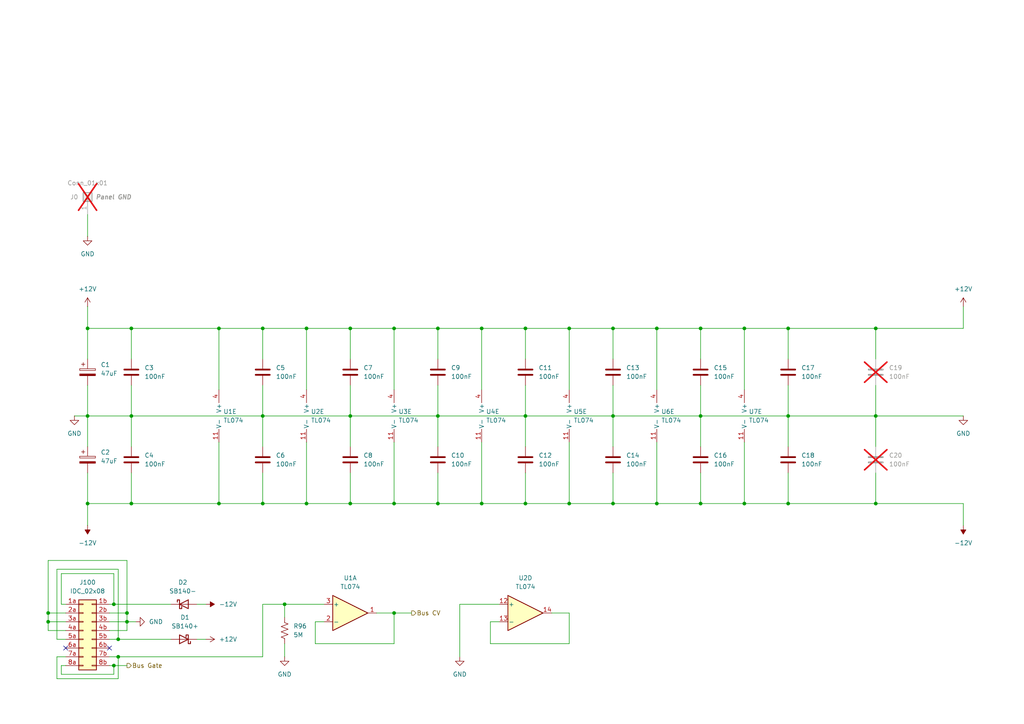
<source format=kicad_sch>
(kicad_sch (version 20231120) (generator "eeschema") (generator_version "8.0")
  (paper "A4")
  (title_block (title "Power Distribution") (company "DMH Instruments") (comment 1 "PCB for 10cm Kosmo format synthesizer module"))
  (lib_symbols
    (symbol "Amplifier_Operational:TL074" (pin_names (offset 0.127))
      (property "Reference" "U" (at 0 5.08 0))
      (property "Value" "TL074" (at 0 -5.08 0))
      (symbol "TL074_1_1"
        (polyline (pts (xy -5.08 5.08) (xy 5.08 0) (xy -5.08 -5.08) (xy -5.08 5.08)) (stroke (width 0.254)) (fill (type background)))
        (pin output line (at 7.62 0 180) (length 2.54) (name "~") (number "1"))
        (pin input line (at -7.62 -2.54 0) (length 2.54) (name "-") (number "2"))
        (pin input line (at -7.62 2.54 0) (length 2.54) (name "+") (number "3"))
      )
      (symbol "TL074_2_1"
        (polyline (pts (xy -5.08 5.08) (xy 5.08 0) (xy -5.08 -5.08) (xy -5.08 5.08)) (stroke (width 0.254)) (fill (type background)))
        (pin input line (at -7.62 2.54 0) (length 2.54) (name "+") (number "5"))
        (pin input line (at -7.62 -2.54 0) (length 2.54) (name "-") (number "6"))
        (pin output line (at 7.62 0 180) (length 2.54) (name "~") (number "7"))
      )
      (symbol "TL074_3_1"
        (polyline (pts (xy -5.08 5.08) (xy 5.08 0) (xy -5.08 -5.08) (xy -5.08 5.08)) (stroke (width 0.254)) (fill (type background)))
        (pin input line (at -7.62 2.54 0) (length 2.54) (name "+") (number "10"))
        (pin output line (at 7.62 0 180) (length 2.54) (name "~") (number "8"))
        (pin input line (at -7.62 -2.54 0) (length 2.54) (name "-") (number "9"))
      )
      (symbol "TL074_4_1"
        (polyline (pts (xy -5.08 5.08) (xy 5.08 0) (xy -5.08 -5.08) (xy -5.08 5.08)) (stroke (width 0.254)) (fill (type background)))
        (pin input line (at -7.62 2.54 0) (length 2.54) (name "+") (number "12"))
        (pin input line (at -7.62 -2.54 0) (length 2.54) (name "-") (number "13"))
        (pin output line (at 7.62 0 180) (length 2.54) (name "~") (number "14"))
      )
      (symbol "TL074_5_1"
        (pin power_in line (at -2.54 -7.62 90) (length 3.81) (name "V-") (number "11"))
        (pin power_in line (at -2.54 7.62 270) (length 3.81) (name "V+") (number "4"))
      )
    )
    (symbol "Connector_Generic:Conn_01x01" (pin_names (offset 1.016) hide)
      (property "Reference" "J" (at 0 2.54 0))
      (property "Value" "Conn_01x01" (at 0 -2.54 0))
      (symbol "Conn_01x01_1_1"
        (rectangle (start -1.27 0.127) (end 0 -0.127) (stroke (width 0.1524)))
        (rectangle (start -1.27 1.27) (end 1.27 -1.27) (stroke (width 0.254)) (fill (type background)))
        (pin passive line (at -5.08 0 0) (length 3.81) (name "Pin_1") (number "1"))
      )
    )
    (symbol "Device:C" (pin_numbers hide) (pin_names (offset 0.254))
      (property "Reference" "C" (at 0.635 2.54 0))
      (property "Value" "C" (at 0.635 -2.54 0))
      (symbol "C_0_1"
        (polyline (pts (xy -2.032 -0.762) (xy 2.032 -0.762)) (stroke (width 0.508)))
        (polyline (pts (xy -2.032 0.762) (xy 2.032 0.762)) (stroke (width 0.508)))
      )
      (symbol "C_1_1"
        (pin passive line (at 0 3.81 270) (length 2.794) (name "~") (number "1"))
        (pin passive line (at 0 -3.81 90) (length 2.794) (name "~") (number "2"))
      )
    )
    (symbol "Device:C_Polarized" (pin_numbers hide) (pin_names (offset 0.254))
      (property "Reference" "C" (at 0.635 2.54 0))
      (property "Value" "C_Polarized" (at 0.635 -2.54 0))
      (symbol "C_Polarized_0_1"
        (rectangle (start -2.286 0.508) (end 2.286 1.016))
        (polyline (pts (xy -1.778 2.286) (xy -0.762 2.286)))
        (polyline (pts (xy -1.27 2.794) (xy -1.27 1.778)))
        (rectangle (start 2.286 -0.508) (end -2.286 -1.016) (fill (type outline)))
      )
      (symbol "C_Polarized_1_1"
        (pin passive line (at 0 3.81 270) (length 2.794) (name "~") (number "1"))
        (pin passive line (at 0 -3.81 90) (length 2.794) (name "~") (number "2"))
      )
    )
    (symbol "Device:R_US" (pin_numbers hide) (pin_names (offset 0))
      (property "Reference" "R" (at 2.54 0 90))
      (property "Value" "R_US" (at -2.54 0 90))
      (symbol "R_US_0_1"
        (polyline (pts (xy 0 -2.286) (xy 0 -2.54)))
        (polyline (pts (xy 0 2.286) (xy 0 2.54)))
        (polyline (pts (xy 0 -0.762) (xy 1.016 -1.143) (xy 0 -1.524) (xy -1.016 -1.905) (xy 0 -2.286)))
        (polyline (pts (xy 0 0.762) (xy 1.016 0.381) (xy 0 0) (xy -1.016 -0.381) (xy 0 -0.762)))
        (polyline (pts (xy 0 2.286) (xy 1.016 1.905) (xy 0 1.524) (xy -1.016 1.143) (xy 0 0.762)))
      )
      (symbol "R_US_1_1"
        (pin passive line (at 0 3.81 270) (length 1.27) (name "~") (number "1"))
        (pin passive line (at 0 -3.81 90) (length 1.27) (name "~") (number "2"))
      )
    )
    (symbol "SynthStuff:Eurorack_Power_Connector_16Pin" (pin_names (offset 1.016) hide)
      (property "Reference" "J" (at 1.27 -16.51 0))
      (property "Value" "IDC_02x08" (at 1.27 -13.97 0))
      (symbol "Eurorack_Power_Connector_16Pin_1_1"
        (rectangle (start -1.27 -10.033) (end 0 -10.287) (stroke (width 0.1524)))
        (rectangle (start -1.27 -7.493) (end 0 -7.747) (stroke (width 0.1524)))
        (rectangle (start -1.27 -4.953) (end 0 -5.207) (stroke (width 0.1524)))
        (rectangle (start -1.27 -2.413) (end 0 -2.667) (stroke (width 0.1524)))
        (rectangle (start -1.27 0.127) (end 0 -0.127) (stroke (width 0.1524)))
        (rectangle (start -1.27 2.667) (end 0 2.413) (stroke (width 0.1524)))
        (rectangle (start -1.27 5.207) (end 0 4.953) (stroke (width 0.1524)))
        (rectangle (start -1.27 7.747) (end 0 7.493) (stroke (width 0.1524)))
        (rectangle (start -1.27 8.89) (end 3.81 -11.43) (stroke (width 0.254)) (fill (type background)))
        (rectangle (start 3.81 -10.033) (end 2.54 -10.287) (stroke (width 0.1524)))
        (rectangle (start 3.81 -7.493) (end 2.54 -7.747) (stroke (width 0.1524)))
        (rectangle (start 3.81 -4.953) (end 2.54 -5.207) (stroke (width 0.1524)))
        (rectangle (start 3.81 -2.413) (end 2.54 -2.667) (stroke (width 0.1524)))
        (rectangle (start 3.81 0.127) (end 2.54 -0.127) (stroke (width 0.1524)))
        (rectangle (start 3.81 2.667) (end 2.54 2.413) (stroke (width 0.1524)))
        (rectangle (start 3.81 5.207) (end 2.54 4.953) (stroke (width 0.1524)))
        (rectangle (start 3.81 7.747) (end 2.54 7.493) (stroke (width 0.1524)))
        (pin power_out line (at -5.08 7.62 0) (length 3.81) (name "Pin_1a") (number "1a"))
        (pin passive line (at 7.62 7.62 180) (length 3.81) (name "Pin_1b") (number "1b"))
        (pin power_out line (at -5.08 5.08 0) (length 3.81) (name "Pin_2a") (number "2a"))
        (pin passive line (at 7.62 5.08 180) (length 3.81) (name "Pin_2b") (number "2b"))
        (pin passive line (at -5.08 2.54 0) (length 3.81) (name "Pin_3a") (number "3a"))
        (pin passive line (at 7.62 2.54 180) (length 3.81) (name "Pin_3b") (number "3b"))
        (pin passive line (at -5.08 0 0) (length 3.81) (name "Pin_4a") (number "4a"))
        (pin passive line (at 7.62 0 180) (length 3.81) (name "Pin_4b") (number "4b"))
        (pin power_out line (at -5.08 -2.54 0) (length 3.81) (name "Pin_5a") (number "5a"))
        (pin passive line (at 7.62 -2.54 180) (length 3.81) (name "Pin_5b") (number "5b"))
        (pin power_out line (at -5.08 -5.08 0) (length 3.81) (name "Pin_6a") (number "6a"))
        (pin passive line (at 7.62 -5.08 180) (length 3.81) (name "Pin_6b") (number "6b"))
        (pin passive line (at -5.08 -7.62 0) (length 3.81) (name "Pin_7a") (number "7a"))
        (pin passive line (at 7.62 -7.62 180) (length 3.81) (name "Pin_7b") (number "7b"))
        (pin passive line (at -5.08 -10.16 0) (length 3.81) (name "Pin_8a") (number "8a"))
        (pin passive line (at 7.62 -10.16 180) (length 3.81) (name "Pin_8b") (number "8b"))
      )
    )
    (symbol "SynthStuff:Power_Bus_Schotty_+" (pin_numbers hide) (pin_names (offset 1.016) hide)
      (property "Reference" "D" (at 0 2.54 0))
      (property "Value" "SB140+" (at 0 -2.54 0))
      (symbol "Power_Bus_Schotty_+_0_1"
        (polyline (pts (xy 1.27 0) (xy -1.27 0)))
        (polyline (pts (xy 1.27 1.27) (xy 1.27 -1.27) (xy -1.27 0) (xy 1.27 1.27)) (stroke (width 0.254)))
        (polyline (pts (xy -1.905 0.635) (xy -1.905 1.27) (xy -1.27 1.27) (xy -1.27 -1.27) (xy -0.635 -1.27) (xy -0.635 -0.635)) (stroke (width 0.254)))
      )
      (symbol "Power_Bus_Schotty_+_1_1"
        (pin power_out line (at -3.81 0 0) (length 2.54) (name "K") (number "1"))
        (pin power_in line (at 3.81 0 180) (length 2.54) (name "A") (number "2"))
      )
    )
    (symbol "SynthStuff:Power_Bus_Schotty_-" (pin_numbers hide) (pin_names (offset 1.016) hide)
      (property "Reference" "D" (at 0 2.54 0))
      (property "Value" "SB140-" (at 0 -2.54 0))
      (symbol "Power_Bus_Schotty_-_0_1"
        (polyline (pts (xy 1.27 0) (xy -1.27 0)))
        (polyline (pts (xy 1.27 1.27) (xy 1.27 -1.27) (xy -1.27 0) (xy 1.27 1.27)) (stroke (width 0.254)))
        (polyline (pts (xy -1.905 0.635) (xy -1.905 1.27) (xy -1.27 1.27) (xy -1.27 -1.27) (xy -0.635 -1.27) (xy -0.635 -0.635)) (stroke (width 0.254)))
      )
      (symbol "Power_Bus_Schotty_-_1_1"
        (pin power_in line (at -3.81 0 0) (length 2.54) (name "K") (number "1"))
        (pin power_out line (at 3.81 0 180) (length 2.54) (name "A") (number "2"))
      )
    )
    (symbol "power:+12V" (power) (pin_numbers hide) (pin_names (offset 0) hide)
      (property "Value" "+12V" (at 0 3.556 0))
      (symbol "+12V_0_1"
        (polyline (pts (xy -0.762 1.27) (xy 0 2.54)))
        (polyline (pts (xy 0 0) (xy 0 2.54)))
        (polyline (pts (xy 0 2.54) (xy 0.762 1.27)))
      )
      (symbol "+12V_1_1"
        (pin power_in line (at 0 0 90) (length 0) (name "~") (number "1"))
      )
    )
    (symbol "power:-12V" (power) (pin_numbers hide) (pin_names (offset 0) hide)
      (property "Value" "-12V" (at 0 3.556 0))
      (symbol "-12V_0_0"
        (pin power_in line (at 0 0 90) (length 0) (name "~") (number "1"))
      )
      (symbol "-12V_0_1"
        (polyline (pts (xy 0 0) (xy 0 1.27) (xy 0.762 1.27) (xy 0 2.54) (xy -0.762 1.27) (xy 0 1.27)) (fill (type outline)))
      )
    )
    (symbol "power:GND" (power) (pin_numbers hide) (pin_names (offset 0) hide)
      (property "Value" "GND" (at 0 -3.81 0))
      (symbol "GND_0_1"
        (polyline (pts (xy 0 0) (xy 0 -1.27) (xy 1.27 -1.27) (xy 0 -2.54) (xy -1.27 -1.27) (xy 0 -1.27)))
      )
      (symbol "GND_1_1"
        (pin power_in line (at 0 0 270) (length 0) (name "~") (number "1"))
      )
    )
  )
  (junction (at 101.6 95.25))
  (junction (at 114.3 146.05))
  (junction (at 114.3 177.8))
  (junction (at 254 120.65))
  (junction (at 101.6 146.05))
  (junction (at 63.5 95.25))
  (junction (at 33.02 193.04))
  (junction (at 215.9 95.25))
  (junction (at 203.2 120.65))
  (junction (at 38.1 146.05))
  (junction (at 254 146.05))
  (junction (at 33.02 175.26))
  (junction (at 177.8 95.25))
  (junction (at 25.4 95.25))
  (junction (at 63.5 146.05))
  (junction (at 38.1 95.25))
  (junction (at 203.2 146.05))
  (junction (at 190.5 146.05))
  (junction (at 127 95.25))
  (junction (at 76.2 120.65))
  (junction (at 127 120.65))
  (junction (at 177.8 120.65))
  (junction (at 165.1 95.25))
  (junction (at 36.83 180.34))
  (junction (at 34.29 185.42))
  (junction (at 25.4 146.05))
  (junction (at 101.6 120.65))
  (junction (at 190.5 95.25))
  (junction (at 152.4 95.25))
  (junction (at 88.9 95.25))
  (junction (at 203.2 95.25))
  (junction (at 36.83 177.8))
  (junction (at 13.97 180.34))
  (junction (at 165.1 146.05))
  (junction (at 228.6 95.25))
  (junction (at 152.4 146.05))
  (junction (at 215.9 146.05))
  (junction (at 76.2 95.25))
  (junction (at 127 146.05))
  (junction (at 114.3 95.25))
  (junction (at 228.6 120.65))
  (junction (at 228.6 146.05))
  (junction (at 34.29 190.5))
  (junction (at 25.4 120.65))
  (junction (at 13.97 177.8))
  (junction (at 38.1 120.65))
  (junction (at 254 95.25))
  (junction (at 139.7 146.05))
  (junction (at 152.4 120.65))
  (junction (at 82.55 175.26))
  (junction (at 76.2 146.05))
  (junction (at 177.8 146.05))
  (junction (at 88.9 146.05))
  (junction (at 139.7 95.25))
  (no_connect (at 19.05 187.96))
  (no_connect (at 31.75 187.96))
  (wire (pts (xy 33.02 193.04) (xy 36.83 193.04)))
  (wire (pts (xy 88.9 146.05) (xy 101.6 146.05)))
  (wire (pts (xy 13.97 162.56) (xy 13.97 177.8)))
  (wire (pts (xy 33.02 195.58) (xy 33.02 193.04)))
  (wire (pts (xy 63.5 128.27) (xy 63.5 146.05)))
  (wire (pts (xy 177.8 120.65) (xy 203.2 120.65)))
  (wire (pts (xy 177.8 120.65) (xy 177.8 129.54)))
  (wire (pts (xy 127 120.65) (xy 127 129.54)))
  (wire (pts (xy 139.7 146.05) (xy 152.4 146.05)))
  (wire (pts (xy 76.2 137.16) (xy 76.2 146.05)))
  (wire (pts (xy 190.5 128.27) (xy 190.5 146.05)))
  (wire (pts (xy 152.4 120.65) (xy 152.4 129.54)))
  (wire (pts (xy 203.2 95.25) (xy 203.2 104.14)))
  (wire (pts (xy 88.9 95.25) (xy 101.6 95.25)))
  (wire (pts (xy 139.7 128.27) (xy 139.7 146.05)))
  (wire (pts (xy 203.2 137.16) (xy 203.2 146.05)))
  (wire (pts (xy 76.2 120.65) (xy 76.2 129.54)))
  (wire (pts (xy 21.59 120.65) (xy 25.4 120.65)))
  (wire (pts (xy 13.97 180.34) (xy 13.97 177.8)))
  (wire (pts (xy 133.35 175.26) (xy 133.35 190.5)))
  (wire (pts (xy 177.8 95.25) (xy 177.8 104.14)))
  (wire (pts (xy 25.4 120.65) (xy 38.1 120.65)))
  (wire (pts (xy 279.4 95.25) (xy 279.4 88.9)))
  (wire (pts (xy 254 95.25) (xy 279.4 95.25)))
  (wire (pts (xy 25.4 146.05) (xy 38.1 146.05)))
  (wire (pts (xy 190.5 95.25) (xy 203.2 95.25)))
  (wire (pts (xy 34.29 165.1) (xy 34.29 185.42)))
  (wire (pts (xy 114.3 186.69) (xy 114.3 177.8)))
  (wire (pts (xy 228.6 120.65) (xy 228.6 129.54)))
  (wire (pts (xy 127 95.25) (xy 139.7 95.25)))
  (wire (pts (xy 114.3 95.25) (xy 114.3 113.03)))
  (wire (pts (xy 19.05 180.34) (xy 13.97 180.34)))
  (wire (pts (xy 165.1 146.05) (xy 177.8 146.05)))
  (wire (pts (xy 19.05 185.42) (xy 16.51 185.42)))
  (wire (pts (xy 25.4 95.25) (xy 25.4 104.14)))
  (wire (pts (xy 152.4 95.25) (xy 165.1 95.25)))
  (wire (pts (xy 152.4 95.25) (xy 152.4 104.14)))
  (wire (pts (xy 139.7 95.25) (xy 152.4 95.25)))
  (wire (pts (xy 88.9 128.27) (xy 88.9 146.05)))
  (wire (pts (xy 34.29 190.5) (xy 34.29 196.85)))
  (wire (pts (xy 38.1 95.25) (xy 63.5 95.25)))
  (wire (pts (xy 165.1 95.25) (xy 165.1 113.03)))
  (wire (pts (xy 109.22 177.8) (xy 114.3 177.8)))
  (wire (pts (xy 254 120.65) (xy 279.4 120.65)))
  (wire (pts (xy 31.75 185.42) (xy 34.29 185.42)))
  (wire (pts (xy 177.8 111.76) (xy 177.8 120.65)))
  (wire (pts (xy 19.05 177.8) (xy 13.97 177.8)))
  (wire (pts (xy 36.83 162.56) (xy 13.97 162.56)))
  (wire (pts (xy 279.4 146.05) (xy 279.4 152.4)))
  (wire (pts (xy 31.75 182.88) (xy 36.83 182.88)))
  (wire (pts (xy 177.8 95.25) (xy 190.5 95.25)))
  (wire (pts (xy 82.55 186.69) (xy 82.55 190.5)))
  (wire (pts (xy 228.6 95.25) (xy 254 95.25)))
  (wire (pts (xy 152.4 137.16) (xy 152.4 146.05)))
  (wire (pts (xy 228.6 120.65) (xy 254 120.65)))
  (wire (pts (xy 88.9 95.25) (xy 88.9 113.03)))
  (wire (pts (xy 165.1 95.25) (xy 177.8 95.25)))
  (wire (pts (xy 101.6 95.25) (xy 114.3 95.25)))
  (wire (pts (xy 152.4 111.76) (xy 152.4 120.65)))
  (wire (pts (xy 19.05 182.88) (xy 13.97 182.88)))
  (wire (pts (xy 127 95.25) (xy 127 104.14)))
  (wire (pts (xy 91.44 186.69) (xy 114.3 186.69)))
  (wire (pts (xy 31.75 193.04) (xy 33.02 193.04)))
  (wire (pts (xy 34.29 185.42) (xy 49.53 185.42)))
  (wire (pts (xy 127 146.05) (xy 139.7 146.05)))
  (wire (pts (xy 93.98 180.34) (xy 91.44 180.34)))
  (wire (pts (xy 160.02 177.8) (xy 165.1 177.8)))
  (wire (pts (xy 25.4 88.9) (xy 25.4 95.25)))
  (wire (pts (xy 25.4 95.25) (xy 38.1 95.25)))
  (wire (pts (xy 203.2 95.25) (xy 215.9 95.25)))
  (wire (pts (xy 82.55 175.26) (xy 93.98 175.26)))
  (wire (pts (xy 34.29 190.5) (xy 76.2 190.5)))
  (wire (pts (xy 203.2 120.65) (xy 203.2 129.54)))
  (wire (pts (xy 36.83 177.8) (xy 36.83 162.56)))
  (wire (pts (xy 228.6 111.76) (xy 228.6 120.65)))
  (wire (pts (xy 228.6 95.25) (xy 228.6 104.14)))
  (wire (pts (xy 31.75 180.34) (xy 36.83 180.34)))
  (wire (pts (xy 25.4 62.23) (xy 25.4 68.58)))
  (wire (pts (xy 19.05 175.26) (xy 17.78 175.26)))
  (wire (pts (xy 114.3 95.25) (xy 127 95.25)))
  (wire (pts (xy 19.05 190.5) (xy 16.51 190.5)))
  (wire (pts (xy 31.75 175.26) (xy 33.02 175.26)))
  (wire (pts (xy 38.1 95.25) (xy 38.1 104.14)))
  (wire (pts (xy 165.1 177.8) (xy 165.1 186.69)))
  (wire (pts (xy 190.5 95.25) (xy 190.5 113.03)))
  (wire (pts (xy 215.9 95.25) (xy 215.9 113.03)))
  (wire (pts (xy 57.15 175.26) (xy 59.69 175.26)))
  (wire (pts (xy 57.15 185.42) (xy 59.69 185.42)))
  (wire (pts (xy 101.6 111.76) (xy 101.6 120.65)))
  (wire (pts (xy 36.83 182.88) (xy 36.83 180.34)))
  (wire (pts (xy 25.4 111.76) (xy 25.4 120.65)))
  (wire (pts (xy 101.6 95.25) (xy 101.6 104.14)))
  (wire (pts (xy 25.4 120.65) (xy 25.4 129.54)))
  (wire (pts (xy 152.4 146.05) (xy 165.1 146.05)))
  (wire (pts (xy 142.24 180.34) (xy 144.78 180.34)))
  (wire (pts (xy 76.2 190.5) (xy 76.2 175.26)))
  (wire (pts (xy 114.3 146.05) (xy 127 146.05)))
  (wire (pts (xy 16.51 165.1) (xy 34.29 165.1)))
  (wire (pts (xy 76.2 146.05) (xy 88.9 146.05)))
  (wire (pts (xy 76.2 111.76) (xy 76.2 120.65)))
  (wire (pts (xy 127 111.76) (xy 127 120.65)))
  (wire (pts (xy 38.1 120.65) (xy 76.2 120.65)))
  (wire (pts (xy 76.2 95.25) (xy 88.9 95.25)))
  (wire (pts (xy 33.02 166.37) (xy 33.02 175.26)))
  (wire (pts (xy 190.5 146.05) (xy 203.2 146.05)))
  (wire (pts (xy 254 95.25) (xy 254 104.14)))
  (wire (pts (xy 177.8 137.16) (xy 177.8 146.05)))
  (wire (pts (xy 38.1 137.16) (xy 38.1 146.05)))
  (wire (pts (xy 165.1 186.69) (xy 142.24 186.69)))
  (wire (pts (xy 17.78 166.37) (xy 33.02 166.37)))
  (wire (pts (xy 139.7 95.25) (xy 139.7 113.03)))
  (wire (pts (xy 127 137.16) (xy 127 146.05)))
  (wire (pts (xy 101.6 137.16) (xy 101.6 146.05)))
  (wire (pts (xy 101.6 120.65) (xy 101.6 129.54)))
  (wire (pts (xy 254 137.16) (xy 254 146.05)))
  (wire (pts (xy 31.75 190.5) (xy 34.29 190.5)))
  (wire (pts (xy 17.78 195.58) (xy 33.02 195.58)))
  (wire (pts (xy 38.1 111.76) (xy 38.1 120.65)))
  (wire (pts (xy 76.2 120.65) (xy 101.6 120.65)))
  (wire (pts (xy 16.51 196.85) (xy 34.29 196.85)))
  (wire (pts (xy 215.9 128.27) (xy 215.9 146.05)))
  (wire (pts (xy 254 120.65) (xy 254 129.54)))
  (wire (pts (xy 76.2 175.26) (xy 82.55 175.26)))
  (wire (pts (xy 91.44 180.34) (xy 91.44 186.69)))
  (wire (pts (xy 82.55 175.26) (xy 82.55 179.07)))
  (wire (pts (xy 33.02 175.26) (xy 49.53 175.26)))
  (wire (pts (xy 142.24 186.69) (xy 142.24 180.34)))
  (wire (pts (xy 203.2 111.76) (xy 203.2 120.65)))
  (wire (pts (xy 101.6 120.65) (xy 127 120.65)))
  (wire (pts (xy 25.4 137.16) (xy 25.4 146.05)))
  (wire (pts (xy 254 146.05) (xy 279.4 146.05)))
  (wire (pts (xy 63.5 95.25) (xy 76.2 95.25)))
  (wire (pts (xy 17.78 193.04) (xy 17.78 195.58)))
  (wire (pts (xy 16.51 190.5) (xy 16.51 196.85)))
  (wire (pts (xy 76.2 95.25) (xy 76.2 104.14)))
  (wire (pts (xy 19.05 193.04) (xy 17.78 193.04)))
  (wire (pts (xy 152.4 120.65) (xy 177.8 120.65)))
  (wire (pts (xy 203.2 120.65) (xy 228.6 120.65)))
  (wire (pts (xy 63.5 95.25) (xy 63.5 113.03)))
  (wire (pts (xy 36.83 180.34) (xy 39.37 180.34)))
  (wire (pts (xy 228.6 137.16) (xy 228.6 146.05)))
  (wire (pts (xy 31.75 177.8) (xy 36.83 177.8)))
  (wire (pts (xy 177.8 146.05) (xy 190.5 146.05)))
  (wire (pts (xy 13.97 182.88) (xy 13.97 180.34)))
  (wire (pts (xy 127 120.65) (xy 152.4 120.65)))
  (wire (pts (xy 144.78 175.26) (xy 133.35 175.26)))
  (wire (pts (xy 254 111.76) (xy 254 120.65)))
  (wire (pts (xy 25.4 152.4) (xy 25.4 146.05)))
  (wire (pts (xy 215.9 146.05) (xy 228.6 146.05)))
  (wire (pts (xy 16.51 185.42) (xy 16.51 165.1)))
  (wire (pts (xy 63.5 146.05) (xy 76.2 146.05)))
  (wire (pts (xy 17.78 175.26) (xy 17.78 166.37)))
  (wire (pts (xy 36.83 180.34) (xy 36.83 177.8)))
  (wire (pts (xy 215.9 95.25) (xy 228.6 95.25)))
  (wire (pts (xy 38.1 120.65) (xy 38.1 129.54)))
  (wire (pts (xy 228.6 146.05) (xy 254 146.05)))
  (wire (pts (xy 38.1 146.05) (xy 63.5 146.05)))
  (wire (pts (xy 114.3 177.8) (xy 119.38 177.8)))
  (wire (pts (xy 203.2 146.05) (xy 215.9 146.05)))
  (wire (pts (xy 101.6 146.05) (xy 114.3 146.05)))
  (wire (pts (xy 114.3 128.27) (xy 114.3 146.05)))
  (wire (pts (xy 165.1 128.27) (xy 165.1 146.05)))
  (hierarchical_label "Bus Gate" (shape output) (at 36.83 193.04 0))
  (hierarchical_label "Bus CV" (shape output) (at 119.38 177.8 0))
  (symbol (lib_id "Device:C") (at 38.1 107.95 0) (unit 1)
    (property "Reference" "C3" (at 41.91 106.6799 0) (effects (justify left)))
    (property "Value" "100nF" (at 41.91 109.2199 0) (effects (justify left)))
    (property "Footprint" "Capacitor_THT:C_Disc_D4.3mm_W1.9mm_P5.00mm" (effects (hide yes)))
    (property "Description" "Unpolarized capacitor" (effects (hide yes)))
  )
  (symbol (lib_id "Device:C") (at 254 133.35 0) (unit 1) (in_bom no) (on_board no) (dnp yes)
    (property "Reference" "C20" (at 257.81 132.0799 0) (effects (justify left)))
    (property "Value" "100nF" (at 257.81 134.6199 0) (effects (justify left)))
    (property "Footprint" "Capacitor_THT:C_Disc_D4.3mm_W1.9mm_P5.00mm" (effects (hide yes)))
    (property "Description" "Unpolarized capacitor" (effects (hide yes)))
  )
  (symbol (lib_id "Amplifier_Operational:TL074") (at 167.64 120.65 0) (unit 5)
    (property "Reference" "U5" (at 166.37 119.3799 0) (effects (justify left)))
    (property "Value" "TL074" (at 166.37 121.9199 0) (effects (justify left)))
    (property "Footprint" "Package_DIP:DIP-14_W7.62mm_Socket" (effects (hide yes)))
    (property "Datasheet" "http://www.ti.com/lit/ds/symlink/tl071.pdf" (effects (hide yes)))
    (property "Description" "Quad Low-Noise JFET-Input Operational Amplifiers, DIP-14/SOIC-14" (effects (hide yes)))
  )
  (symbol (lib_id "power:GND") (at 133.35 190.5 0) (unit 1)
    (property "Reference" "#PWR076" (effects (hide yes)))
    (property "Value" "GND" (at 133.35 195.58 0))
    (property "Description" "Power symbol creates a global label with name \"GND\" , ground" (effects (hide yes)))
  )
  (symbol (lib_id "Device:C") (at 203.2 107.95 0) (unit 1)
    (property "Reference" "C15" (at 207.01 106.6799 0) (effects (justify left)))
    (property "Value" "100nF" (at 207.01 109.2199 0) (effects (justify left)))
    (property "Footprint" "Capacitor_THT:C_Disc_D4.3mm_W1.9mm_P5.00mm" (effects (hide yes)))
    (property "Description" "Unpolarized capacitor" (effects (hide yes)))
  )
  (symbol (lib_id "Device:C_Polarized") (at 25.4 133.35 0) (unit 1)
    (property "Reference" "C2" (at 29.21 131.1909 0) (effects (justify left)))
    (property "Value" "47uF" (at 29.21 133.7309 0) (effects (justify left)))
    (property "Footprint" "Capacitor_THT:CP_Radial_D5.0mm_P2.00mm" (effects (hide yes)))
    (property "Description" "Polarized capacitor" (effects (hide yes)))
  )
  (symbol (lib_id "power:+12V") (at 59.69 185.42 270) (unit 1)
    (property "Reference" "#PWR02" (effects (hide yes)))
    (property "Value" "+12V" (at 63.5 185.4199 90) (effects (justify left)))
    (property "Description" "Power symbol creates a global label with name \"+12V\"" (effects (hide yes)))
  )
  (symbol (lib_id "Device:C") (at 76.2 107.95 0) (unit 1)
    (property "Reference" "C5" (at 80.01 106.6799 0) (effects (justify left)))
    (property "Value" "100nF" (at 80.01 109.2199 0) (effects (justify left)))
    (property "Footprint" "Capacitor_THT:C_Disc_D4.3mm_W1.9mm_P5.00mm" (effects (hide yes)))
    (property "Description" "Unpolarized capacitor" (effects (hide yes)))
  )
  (symbol (lib_id "Amplifier_Operational:TL074") (at 152.4 177.8 0) (unit 4)
    (property "Reference" "U2" (at 152.4 167.64 0))
    (property "Value" "TL074" (at 152.4 170.18 0))
    (property "Footprint" "Package_DIP:DIP-14_W7.62mm_Socket" (effects (hide yes)))
    (property "Datasheet" "http://www.ti.com/lit/ds/symlink/tl071.pdf" (effects (hide yes)))
    (property "Description" "Quad Low-Noise JFET-Input Operational Amplifiers, DIP-14/SOIC-14" (effects (hide yes)))
  )
  (symbol (lib_id "Amplifier_Operational:TL074") (at 91.44 120.65 0) (unit 5)
    (property "Reference" "U2" (at 90.17 119.3799 0) (effects (justify left)))
    (property "Value" "TL074" (at 90.17 121.9199 0) (effects (justify left)))
    (property "Footprint" "Package_DIP:DIP-14_W7.62mm_Socket" (effects (hide yes)))
    (property "Datasheet" "http://www.ti.com/lit/ds/symlink/tl071.pdf" (effects (hide yes)))
    (property "Description" "Quad Low-Noise JFET-Input Operational Amplifiers, DIP-14/SOIC-14" (effects (hide yes)))
  )
  (symbol (lib_id "Device:C") (at 127 133.35 0) (unit 1)
    (property "Reference" "C10" (at 130.81 132.0799 0) (effects (justify left)))
    (property "Value" "100nF" (at 130.81 134.6199 0) (effects (justify left)))
    (property "Footprint" "Capacitor_THT:C_Disc_D4.3mm_W1.9mm_P5.00mm" (effects (hide yes)))
    (property "Description" "Unpolarized capacitor" (effects (hide yes)))
  )
  (symbol (lib_id "power:+12V") (at 25.4 88.9 0) (unit 1)
    (property "Reference" "#PWR013" (effects (hide yes)))
    (property "Value" "+12V" (at 25.4 83.82 0))
    (property "Description" "Power symbol creates a global label with name \"+12V\"" (effects (hide yes)))
  )
  (symbol (lib_id "power:GND") (at 39.37 180.34 90) (unit 1)
    (property "Reference" "#PWR04" (effects (hide yes)))
    (property "Value" "GND" (at 43.18 180.3399 90) (effects (justify right)))
    (property "Description" "Power symbol creates a global label with name \"GND\" , ground" (effects (hide yes)))
  )
  (symbol (lib_id "Device:C") (at 228.6 107.95 0) (unit 1)
    (property "Reference" "C17" (at 232.41 106.6799 0) (effects (justify left)))
    (property "Value" "100nF" (at 232.41 109.2199 0) (effects (justify left)))
    (property "Footprint" "Capacitor_THT:C_Disc_D4.3mm_W1.9mm_P5.00mm" (effects (hide yes)))
    (property "Description" "Unpolarized capacitor" (effects (hide yes)))
  )
  (symbol (lib_id "power:-12V") (at 25.4 152.4 180) (unit 1)
    (property "Reference" "#PWR017" (effects (hide yes)))
    (property "Value" "-12V" (at 25.4 157.48 0))
    (property "Description" "Power symbol creates a global label with name \"-12V\"" (effects (hide yes)))
  )
  (symbol (lib_id "Device:C") (at 228.6 133.35 0) (unit 1)
    (property "Reference" "C18" (at 232.41 132.0799 0) (effects (justify left)))
    (property "Value" "100nF" (at 232.41 134.6199 0) (effects (justify left)))
    (property "Footprint" "Capacitor_THT:C_Disc_D4.3mm_W1.9mm_P5.00mm" (effects (hide yes)))
    (property "Description" "Unpolarized capacitor" (effects (hide yes)))
  )
  (symbol (lib_id "power:GND") (at 25.4 68.58 0) (unit 1)
    (property "Reference" "#PWR08" (effects (hide yes)))
    (property "Value" "GND" (at 25.4 73.66 0))
    (property "Description" "Power symbol creates a global label with name \"GND\" , ground" (effects (hide yes)))
  )
  (symbol (lib_id "Device:C") (at 76.2 133.35 0) (unit 1)
    (property "Reference" "C6" (at 80.01 132.0799 0) (effects (justify left)))
    (property "Value" "100nF" (at 80.01 134.6199 0) (effects (justify left)))
    (property "Footprint" "Capacitor_THT:C_Disc_D4.3mm_W1.9mm_P5.00mm" (effects (hide yes)))
    (property "Description" "Unpolarized capacitor" (effects (hide yes)))
  )
  (symbol (lib_id "Connector_Generic:Conn_01x01") (at 25.4 57.15 90) (unit 1) (in_bom no) (dnp yes)
    (property "Reference" "J0" (at 20.32 57.15 90) (effects (justify right)))
    (property "Value" "Conn_01x01" (at 25.4 53.086 90))
    (property "Footprint" "Connector_PinHeader_2.54mm:PinHeader_1x01_P2.54mm_Vertical" (effects (hide yes)))
    (property "Description" "Generic connector, single row, 01x01, script generated (kicad-library-utils/schlib/autogen/connector/)" (effects (hide yes)))
    (property "Function" "Panel GND" (at 33.02 57.15 90) (effects (font (thickness 0.254) (bold yes) (italic yes))))
  )
  (symbol (lib_id "power:GND") (at 82.55 190.5 0) (unit 1)
    (property "Reference" "#PWR073" (effects (hide yes)))
    (property "Value" "GND" (at 82.55 195.58 0))
    (property "Description" "Power symbol creates a global label with name \"GND\" , ground" (effects (hide yes)))
  )
  (symbol (lib_id "Device:C") (at 38.1 133.35 0) (unit 1)
    (property "Reference" "C4" (at 41.91 132.0799 0) (effects (justify left)))
    (property "Value" "100nF" (at 41.91 134.6199 0) (effects (justify left)))
    (property "Footprint" "Capacitor_THT:C_Disc_D4.3mm_W1.9mm_P5.00mm" (effects (hide yes)))
    (property "Description" "Unpolarized capacitor" (effects (hide yes)))
  )
  (symbol (lib_id "Device:C") (at 101.6 133.35 0) (unit 1)
    (property "Reference" "C8" (at 105.41 132.0799 0) (effects (justify left)))
    (property "Value" "100nF" (at 105.41 134.6199 0) (effects (justify left)))
    (property "Footprint" "Capacitor_THT:C_Disc_D4.3mm_W1.9mm_P5.00mm" (effects (hide yes)))
    (property "Description" "Unpolarized capacitor" (effects (hide yes)))
  )
  (symbol (lib_id "Device:C") (at 177.8 107.95 0) (unit 1)
    (property "Reference" "C13" (at 181.61 106.6799 0) (effects (justify left)))
    (property "Value" "100nF" (at 181.61 109.2199 0) (effects (justify left)))
    (property "Footprint" "Capacitor_THT:C_Disc_D4.3mm_W1.9mm_P5.00mm" (effects (hide yes)))
    (property "Description" "Unpolarized capacitor" (effects (hide yes)))
  )
  (symbol (lib_id "power:GND") (at 21.59 120.65 0) (unit 1)
    (property "Reference" "#PWR015" (effects (hide yes)))
    (property "Value" "GND" (at 21.59 125.73 0))
    (property "Description" "Power symbol creates a global label with name \"GND\" , ground" (effects (hide yes)))
  )
  (symbol (lib_id "power:-12V") (at 59.69 175.26 270) (unit 1)
    (property "Reference" "#PWR01" (effects (hide yes)))
    (property "Value" "-12V" (at 63.5 175.2599 90) (effects (justify left)))
    (property "Description" "Power symbol creates a global label with name \"-12V\"" (effects (hide yes)))
  )
  (symbol (lib_id "Device:C") (at 203.2 133.35 0) (unit 1)
    (property "Reference" "C16" (at 207.01 132.0799 0) (effects (justify left)))
    (property "Value" "100nF" (at 207.01 134.6199 0) (effects (justify left)))
    (property "Footprint" "Capacitor_THT:C_Disc_D4.3mm_W1.9mm_P5.00mm" (effects (hide yes)))
    (property "Description" "Unpolarized capacitor" (effects (hide yes)))
  )
  (symbol (lib_id "Device:C") (at 152.4 133.35 0) (unit 1)
    (property "Reference" "C12" (at 156.21 132.0799 0) (effects (justify left)))
    (property "Value" "100nF" (at 156.21 134.6199 0) (effects (justify left)))
    (property "Footprint" "Capacitor_THT:C_Disc_D4.3mm_W1.9mm_P5.00mm" (effects (hide yes)))
    (property "Description" "Unpolarized capacitor" (effects (hide yes)))
  )
  (symbol (lib_id "power:+12V") (at 279.4 88.9 0) (unit 1)
    (property "Reference" "#PWR014" (effects (hide yes)))
    (property "Value" "+12V" (at 279.4 83.82 0))
    (property "Description" "Power symbol creates a global label with name \"+12V\"" (effects (hide yes)))
  )
  (symbol (lib_id "power:GND") (at 279.4 120.65 0) (unit 1)
    (property "Reference" "#PWR016" (effects (hide yes)))
    (property "Value" "GND" (at 279.4 125.73 0))
    (property "Description" "Power symbol creates a global label with name \"GND\" , ground" (effects (hide yes)))
  )
  (symbol (lib_id "SynthStuff:Power_Bus_Schotty_-") (at 53.34 175.26 0) (unit 1)
    (property "Reference" "D2" (at 53.0225 168.91 0))
    (property "Value" "SB140-" (at 53.0225 171.45 0))
    (property "Footprint" "Diode_THT:D_DO-41_SOD81_P10.16mm_Horizontal" (effects (hide yes)))
    (property "Datasheet" "http://www.diodes.com/_files/datasheets/ds23022.pdf" (effects (hide yes)))
    (property "Description" "40V 1A Schottky Barrier Rectifier Diode, DO-41" (effects (hide yes)))
  )
  (symbol (lib_id "SynthStuff:Power_Bus_Schotty_+") (at 53.34 185.42 180) (unit 1)
    (property "Reference" "D1" (at 53.6575 179.07 0))
    (property "Value" "SB140+" (at 53.6575 181.61 0))
    (property "Footprint" "Diode_THT:D_DO-41_SOD81_P10.16mm_Horizontal" (effects (hide yes)))
    (property "Datasheet" "http://www.diodes.com/_files/datasheets/ds23022.pdf" (effects (hide yes)))
    (property "Description" "40V 1A Schottky Barrier Rectifier Diode, DO-41" (effects (hide yes)))
  )
  (symbol (lib_id "Amplifier_Operational:TL074") (at 142.24 120.65 0) (unit 5)
    (property "Reference" "U4" (at 140.97 119.3799 0) (effects (justify left)))
    (property "Value" "TL074" (at 140.97 121.9199 0) (effects (justify left)))
    (property "Footprint" "Package_DIP:DIP-14_W7.62mm_Socket" (effects (hide yes)))
    (property "Datasheet" "http://www.ti.com/lit/ds/symlink/tl071.pdf" (effects (hide yes)))
    (property "Description" "Quad Low-Noise JFET-Input Operational Amplifiers, DIP-14/SOIC-14" (effects (hide yes)))
  )
  (symbol (lib_id "Device:R_US") (at 82.55 182.88 0) (unit 1)
    (property "Reference" "R96" (at 85.09 181.6099 0) (effects (justify left)))
    (property "Value" "5M" (at 85.09 184.1499 0) (effects (justify left)))
    (property "Footprint" "Resistor_THT:R_Axial_DIN0207_L6.3mm_D2.5mm_P7.62mm_Horizontal" (effects (hide yes)))
    (property "Description" "Resistor, US symbol" (effects (hide yes)))
  )
  (symbol (lib_id "Device:C") (at 254 107.95 0) (unit 1) (in_bom no) (on_board no) (dnp yes)
    (property "Reference" "C19" (at 257.81 106.6799 0) (effects (justify left)))
    (property "Value" "100nF" (at 257.81 109.2199 0) (effects (justify left)))
    (property "Footprint" "Capacitor_THT:C_Disc_D4.3mm_W1.9mm_P5.00mm" (effects (hide yes)))
    (property "Description" "Unpolarized capacitor" (effects (hide yes)))
  )
  (symbol (lib_id "Device:C") (at 152.4 107.95 0) (unit 1)
    (property "Reference" "C11" (at 156.21 106.6799 0) (effects (justify left)))
    (property "Value" "100nF" (at 156.21 109.2199 0) (effects (justify left)))
    (property "Footprint" "Capacitor_THT:C_Disc_D4.3mm_W1.9mm_P5.00mm" (effects (hide yes)))
    (property "Description" "Unpolarized capacitor" (effects (hide yes)))
  )
  (symbol (lib_id "Amplifier_Operational:TL074") (at 218.44 120.65 0) (unit 5)
    (property "Reference" "U7" (at 217.17 119.3799 0) (effects (justify left)))
    (property "Value" "TL074" (at 217.17 121.9199 0) (effects (justify left)))
    (property "Footprint" "Package_DIP:DIP-14_W7.62mm_Socket" (effects (hide yes)))
    (property "Datasheet" "http://www.ti.com/lit/ds/symlink/tl071.pdf" (effects (hide yes)))
    (property "Description" "Quad Low-Noise JFET-Input Operational Amplifiers, DIP-14/SOIC-14" (effects (hide yes)))
  )
  (symbol (lib_id "Amplifier_Operational:TL074") (at 116.84 120.65 0) (unit 5)
    (property "Reference" "U3" (at 115.57 119.3799 0) (effects (justify left)))
    (property "Value" "TL074" (at 115.57 121.9199 0) (effects (justify left)))
    (property "Footprint" "Package_DIP:DIP-14_W7.62mm_Socket" (effects (hide yes)))
    (property "Datasheet" "http://www.ti.com/lit/ds/symlink/tl071.pdf" (effects (hide yes)))
    (property "Description" "Quad Low-Noise JFET-Input Operational Amplifiers, DIP-14/SOIC-14" (effects (hide yes)))
  )
  (symbol (lib_id "Amplifier_Operational:TL074") (at 60.96 120.65 0) (mirror y) (unit 5)
    (property "Reference" "U1" (at 64.77 119.3799 0) (effects (justify right)))
    (property "Value" "TL074" (at 64.77 121.9199 0) (effects (justify right)))
    (property "Footprint" "Package_DIP:DIP-14_W7.62mm_Socket" (effects (hide yes)))
    (property "Datasheet" "http://www.ti.com/lit/ds/symlink/tl071.pdf" (effects (hide yes)))
    (property "Description" "Quad Low-Noise JFET-Input Operational Amplifiers, DIP-14/SOIC-14" (effects (hide yes)))
  )
  (symbol (lib_id "Amplifier_Operational:TL074") (at 101.6 177.8 0) (unit 1)
    (property "Reference" "U1" (at 101.6 167.64 0))
    (property "Value" "TL074" (at 101.6 170.18 0))
    (property "Footprint" "Package_DIP:DIP-14_W7.62mm_Socket" (effects (hide yes)))
    (property "Datasheet" "http://www.ti.com/lit/ds/symlink/tl071.pdf" (effects (hide yes)))
    (property "Description" "Quad Low-Noise JFET-Input Operational Amplifiers, DIP-14/SOIC-14" (effects (hide yes)))
  )
  (symbol (lib_id "Device:C_Polarized") (at 25.4 107.95 0) (unit 1)
    (property "Reference" "C1" (at 29.21 105.7909 0) (effects (justify left)))
    (property "Value" "47uF" (at 29.21 108.3309 0) (effects (justify left)))
    (property "Footprint" "Capacitor_THT:CP_Radial_D5.0mm_P2.00mm" (effects (hide yes)))
    (property "Description" "Polarized capacitor" (effects (hide yes)))
  )
  (symbol (lib_id "Device:C") (at 177.8 133.35 0) (unit 1)
    (property "Reference" "C14" (at 181.61 132.0799 0) (effects (justify left)))
    (property "Value" "100nF" (at 181.61 134.6199 0) (effects (justify left)))
    (property "Footprint" "Capacitor_THT:C_Disc_D4.3mm_W1.9mm_P5.00mm" (effects (hide yes)))
    (property "Description" "Unpolarized capacitor" (effects (hide yes)))
  )
  (symbol (lib_id "Amplifier_Operational:TL074") (at 193.04 120.65 0) (unit 5)
    (property "Reference" "U6" (at 191.77 119.3799 0) (effects (justify left)))
    (property "Value" "TL074" (at 191.77 121.9199 0) (effects (justify left)))
    (property "Footprint" "Package_DIP:DIP-14_W7.62mm_Socket" (effects (hide yes)))
    (property "Datasheet" "http://www.ti.com/lit/ds/symlink/tl071.pdf" (effects (hide yes)))
    (property "Description" "Quad Low-Noise JFET-Input Operational Amplifiers, DIP-14/SOIC-14" (effects (hide yes)))
  )
  (symbol (lib_id "power:-12V") (at 279.4 152.4 180) (unit 1)
    (property "Reference" "#PWR018" (effects (hide yes)))
    (property "Value" "-12V" (at 279.4 157.48 0))
    (property "Description" "Power symbol creates a global label with name \"-12V\"" (effects (hide yes)))
  )
  (symbol (lib_id "Device:C") (at 127 107.95 0) (unit 1)
    (property "Reference" "C9" (at 130.81 106.6799 0) (effects (justify left)))
    (property "Value" "100nF" (at 130.81 109.2199 0) (effects (justify left)))
    (property "Footprint" "Capacitor_THT:C_Disc_D4.3mm_W1.9mm_P5.00mm" (effects (hide yes)))
    (property "Description" "Unpolarized capacitor" (effects (hide yes)))
  )
  (symbol (lib_id "Device:C") (at 101.6 107.95 0) (unit 1)
    (property "Reference" "C7" (at 105.41 106.6799 0) (effects (justify left)))
    (property "Value" "100nF" (at 105.41 109.2199 0) (effects (justify left)))
    (property "Footprint" "Capacitor_THT:C_Disc_D4.3mm_W1.9mm_P5.00mm" (effects (hide yes)))
    (property "Description" "Unpolarized capacitor" (effects (hide yes)))
  )
  (symbol (lib_id "SynthStuff:Eurorack_Power_Connector_16Pin") (at 24.13 182.88 0) (unit 1)
    (property "Reference" "J100" (at 25.4 168.91 0))
    (property "Value" "IDC_02x08" (at 25.4 171.45 0))
    (property "Footprint" "SynthStuff:IDC-Header_2x08_P2.54mm_Vertical_Eurorack" (effects (hide yes)))
    (property "Description" "IDC jack, 2x8 pins, row a carries same signals as row b." (effects (hide yes)))
  )
)
</source>
